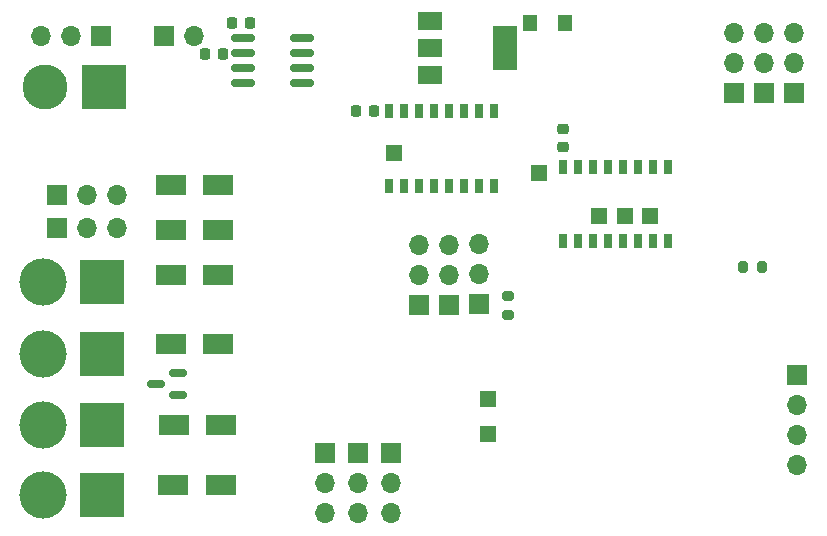
<source format=gbr>
%TF.GenerationSoftware,KiCad,Pcbnew,(6.0.9)*%
%TF.CreationDate,2023-04-19T21:58:53+02:00*%
%TF.ProjectId,jf-ecu32,6a662d65-6375-4333-922e-6b696361645f,rev?*%
%TF.SameCoordinates,Original*%
%TF.FileFunction,Soldermask,Bot*%
%TF.FilePolarity,Negative*%
%FSLAX46Y46*%
G04 Gerber Fmt 4.6, Leading zero omitted, Abs format (unit mm)*
G04 Created by KiCad (PCBNEW (6.0.9)) date 2023-04-19 21:58:53*
%MOMM*%
%LPD*%
G01*
G04 APERTURE LIST*
G04 Aperture macros list*
%AMRoundRect*
0 Rectangle with rounded corners*
0 $1 Rounding radius*
0 $2 $3 $4 $5 $6 $7 $8 $9 X,Y pos of 4 corners*
0 Add a 4 corners polygon primitive as box body*
4,1,4,$2,$3,$4,$5,$6,$7,$8,$9,$2,$3,0*
0 Add four circle primitives for the rounded corners*
1,1,$1+$1,$2,$3*
1,1,$1+$1,$4,$5*
1,1,$1+$1,$6,$7*
1,1,$1+$1,$8,$9*
0 Add four rect primitives between the rounded corners*
20,1,$1+$1,$2,$3,$4,$5,0*
20,1,$1+$1,$4,$5,$6,$7,0*
20,1,$1+$1,$6,$7,$8,$9,0*
20,1,$1+$1,$8,$9,$2,$3,0*%
G04 Aperture macros list end*
%ADD10R,1.350000X1.350000*%
%ADD11R,1.700000X1.700000*%
%ADD12O,1.700000X1.700000*%
%ADD13R,3.800000X3.800000*%
%ADD14C,4.000000*%
%ADD15C,3.800000*%
%ADD16R,2.500000X1.800000*%
%ADD17R,1.300000X1.400000*%
%ADD18RoundRect,0.150000X-0.825000X-0.150000X0.825000X-0.150000X0.825000X0.150000X-0.825000X0.150000X0*%
%ADD19RoundRect,0.225000X0.225000X0.250000X-0.225000X0.250000X-0.225000X-0.250000X0.225000X-0.250000X0*%
%ADD20RoundRect,0.200000X0.200000X0.275000X-0.200000X0.275000X-0.200000X-0.275000X0.200000X-0.275000X0*%
%ADD21RoundRect,0.225000X0.250000X-0.225000X0.250000X0.225000X-0.250000X0.225000X-0.250000X-0.225000X0*%
%ADD22RoundRect,0.200000X0.275000X-0.200000X0.275000X0.200000X-0.275000X0.200000X-0.275000X-0.200000X0*%
%ADD23R,0.800000X1.300000*%
%ADD24R,2.000000X1.500000*%
%ADD25R,2.000000X3.800000*%
%ADD26RoundRect,0.150000X0.587500X0.150000X-0.587500X0.150000X-0.587500X-0.150000X0.587500X-0.150000X0*%
G04 APERTURE END LIST*
D10*
%TO.C,TDI1*%
X47371000Y-163068000D03*
%TD*%
D11*
%TO.C,J16*%
X54610000Y-175880000D03*
D12*
X54610000Y-173340000D03*
X54610000Y-170800000D03*
%TD*%
D11*
%TO.C,J19*%
X81534000Y-181864000D03*
D12*
X81534000Y-184404000D03*
X81534000Y-186944000D03*
X81534000Y-189484000D03*
%TD*%
D11*
%TO.C,J18*%
X47117000Y-188468000D03*
D12*
X47117000Y-191008000D03*
X47117000Y-193548000D03*
%TD*%
D11*
%TO.C,J7*%
X18811000Y-166624000D03*
D12*
X21351000Y-166624000D03*
X23891000Y-166624000D03*
%TD*%
D11*
%TO.C,J4*%
X41503600Y-188468000D03*
D12*
X41503600Y-191008000D03*
X41503600Y-193548000D03*
%TD*%
D11*
%TO.C,J15*%
X44323000Y-188468000D03*
D12*
X44323000Y-191008000D03*
X44323000Y-193548000D03*
%TD*%
D11*
%TO.C,J10*%
X27940000Y-153162000D03*
D12*
X30480000Y-153162000D03*
%TD*%
D13*
%TO.C,J9*%
X22693000Y-180086000D03*
D14*
X17693000Y-180086000D03*
%TD*%
D10*
%TO.C,GND1*%
X69088000Y-168402000D03*
%TD*%
D11*
%TO.C,J6*%
X18811000Y-169418000D03*
D12*
X21351000Y-169418000D03*
X23891000Y-169418000D03*
%TD*%
D10*
%TO.C,TMS1*%
X59690000Y-164719000D03*
%TD*%
%TO.C,TCK1*%
X66929000Y-168402000D03*
%TD*%
D11*
%TO.C,J3*%
X49530000Y-175895000D03*
D12*
X49530000Y-173355000D03*
X49530000Y-170815000D03*
%TD*%
D13*
%TO.C,J8*%
X22860000Y-157480000D03*
D15*
X17860000Y-157480000D03*
%TD*%
D11*
%TO.C,J1*%
X76200000Y-158003000D03*
D12*
X76200000Y-155463000D03*
X76200000Y-152923000D03*
%TD*%
D13*
%TO.C,J17*%
X22693000Y-192024000D03*
D14*
X17693000Y-192024000D03*
%TD*%
D13*
%TO.C,J5*%
X22693000Y-173990000D03*
D14*
X17693000Y-173990000D03*
%TD*%
D11*
%TO.C,J12*%
X81280000Y-157988000D03*
D12*
X81280000Y-155448000D03*
X81280000Y-152908000D03*
%TD*%
D11*
%TO.C,J13*%
X52070000Y-175895000D03*
D12*
X52070000Y-173355000D03*
X52070000Y-170815000D03*
%TD*%
D11*
%TO.C,J2*%
X78740000Y-158003000D03*
D12*
X78740000Y-155463000D03*
X78740000Y-152923000D03*
%TD*%
D11*
%TO.C,J11*%
X22606000Y-153162000D03*
D12*
X20066000Y-153162000D03*
X17526000Y-153162000D03*
%TD*%
D10*
%TO.C,BOOT0*%
X55372000Y-183896000D03*
%TD*%
%TO.C,GND2*%
X55372000Y-186817000D03*
%TD*%
%TO.C,TDO1*%
X64770000Y-168402000D03*
%TD*%
D13*
%TO.C,J14*%
X22693000Y-186055000D03*
D14*
X17693000Y-186055000D03*
%TD*%
D16*
%TO.C,D9*%
X32480000Y-169545000D03*
X28480000Y-169545000D03*
%TD*%
D17*
%TO.C,D1*%
X58928000Y-152019000D03*
X61828000Y-152019000D03*
%TD*%
D18*
%TO.C,U3*%
X34609000Y-157099000D03*
X34609000Y-155829000D03*
X34609000Y-154559000D03*
X34609000Y-153289000D03*
X39559000Y-153289000D03*
X39559000Y-154559000D03*
X39559000Y-155829000D03*
X39559000Y-157099000D03*
%TD*%
D16*
%TO.C,D10*%
X32520000Y-173355000D03*
X28520000Y-173355000D03*
%TD*%
D19*
%TO.C,C5*%
X45720000Y-159512000D03*
X44170000Y-159512000D03*
%TD*%
D20*
%TO.C,R16*%
X78549000Y-172720000D03*
X76899000Y-172720000D03*
%TD*%
D21*
%TO.C,C6*%
X61722000Y-162573000D03*
X61722000Y-161023000D03*
%TD*%
D19*
%TO.C,C10*%
X32906000Y-154686000D03*
X31356000Y-154686000D03*
%TD*%
D16*
%TO.C,D15*%
X32705000Y-191135000D03*
X28705000Y-191135000D03*
%TD*%
%TO.C,D13*%
X32734000Y-186055000D03*
X28734000Y-186055000D03*
%TD*%
D22*
%TO.C,R14*%
X57023000Y-176808400D03*
X57023000Y-175158400D03*
%TD*%
D23*
%TO.C,U2*%
X61666200Y-164210600D03*
X62946200Y-164210600D03*
X64206200Y-164210600D03*
X65476200Y-164210600D03*
X66756200Y-164210600D03*
X68026200Y-164210600D03*
X69286200Y-164210600D03*
X70566200Y-164210600D03*
X70566200Y-170510600D03*
X69286200Y-170510600D03*
X68026200Y-170510600D03*
X66756200Y-170510600D03*
X65476200Y-170510600D03*
X64206200Y-170510600D03*
X62946200Y-170510600D03*
X61666200Y-170510600D03*
%TD*%
D16*
%TO.C,D7*%
X32480000Y-165735000D03*
X28480000Y-165735000D03*
%TD*%
D23*
%TO.C,U5*%
X46959600Y-159537000D03*
X48239600Y-159537000D03*
X49499600Y-159537000D03*
X50769600Y-159537000D03*
X52049600Y-159537000D03*
X53319600Y-159537000D03*
X54579600Y-159537000D03*
X55859600Y-159537000D03*
X55859600Y-165837000D03*
X54579600Y-165837000D03*
X53319600Y-165837000D03*
X52049600Y-165837000D03*
X50769600Y-165837000D03*
X49499600Y-165837000D03*
X48239600Y-165837000D03*
X46959600Y-165837000D03*
%TD*%
D24*
%TO.C,U6*%
X50444000Y-156478000D03*
D25*
X56744000Y-154178000D03*
D24*
X50444000Y-154178000D03*
X50444000Y-151878000D03*
%TD*%
D19*
%TO.C,C11*%
X35179000Y-152019000D03*
X33629000Y-152019000D03*
%TD*%
D16*
%TO.C,D3*%
X32520000Y-179197000D03*
X28520000Y-179197000D03*
%TD*%
D26*
%TO.C,Q7*%
X29131500Y-181676000D03*
X29131500Y-183576000D03*
X27256500Y-182626000D03*
%TD*%
M02*

</source>
